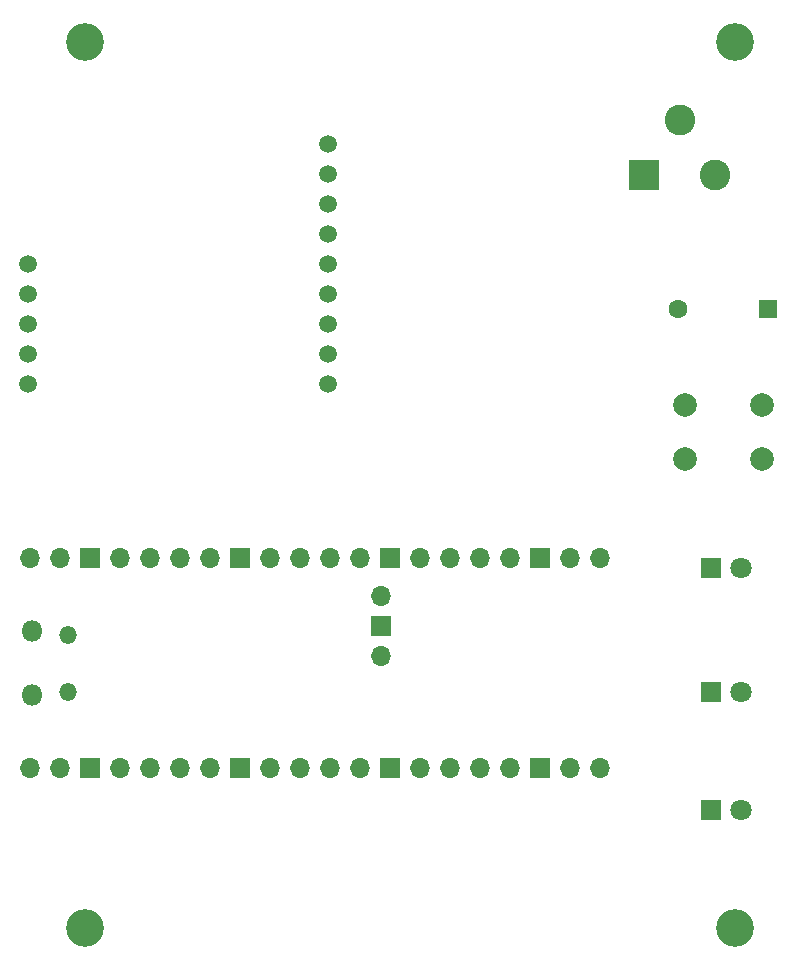
<source format=gbs>
G04 #@! TF.GenerationSoftware,KiCad,Pcbnew,9.0.0*
G04 #@! TF.CreationDate,2025-04-18T21:38:45-04:00*
G04 #@! TF.ProjectId,blood_pressure,626c6f6f-645f-4707-9265-73737572652e,rev?*
G04 #@! TF.SameCoordinates,Original*
G04 #@! TF.FileFunction,Soldermask,Bot*
G04 #@! TF.FilePolarity,Negative*
%FSLAX46Y46*%
G04 Gerber Fmt 4.6, Leading zero omitted, Abs format (unit mm)*
G04 Created by KiCad (PCBNEW 9.0.0) date 2025-04-18 21:38:45*
%MOMM*%
%LPD*%
G01*
G04 APERTURE LIST*
G04 Aperture macros list*
%AMRoundRect*
0 Rectangle with rounded corners*
0 $1 Rounding radius*
0 $2 $3 $4 $5 $6 $7 $8 $9 X,Y pos of 4 corners*
0 Add a 4 corners polygon primitive as box body*
4,1,4,$2,$3,$4,$5,$6,$7,$8,$9,$2,$3,0*
0 Add four circle primitives for the rounded corners*
1,1,$1+$1,$2,$3*
1,1,$1+$1,$4,$5*
1,1,$1+$1,$6,$7*
1,1,$1+$1,$8,$9*
0 Add four rect primitives between the rounded corners*
20,1,$1+$1,$2,$3,$4,$5,0*
20,1,$1+$1,$4,$5,$6,$7,0*
20,1,$1+$1,$6,$7,$8,$9,0*
20,1,$1+$1,$8,$9,$2,$3,0*%
G04 Aperture macros list end*
%ADD10C,3.200000*%
%ADD11C,1.508000*%
%ADD12R,2.600000X2.600000*%
%ADD13C,2.600000*%
%ADD14O,1.800000X1.800000*%
%ADD15O,1.500000X1.500000*%
%ADD16O,1.700000X1.700000*%
%ADD17R,1.700000X1.700000*%
%ADD18R,1.800000X1.800000*%
%ADD19C,1.800000*%
%ADD20C,2.000000*%
%ADD21RoundRect,0.250000X0.550000X0.550000X-0.550000X0.550000X-0.550000X-0.550000X0.550000X-0.550000X0*%
%ADD22C,1.600000*%
G04 APERTURE END LIST*
D10*
X167500000Y-102500000D03*
X112500000Y-102500000D03*
D11*
X107625000Y-56414000D03*
X107625000Y-53874000D03*
X107625000Y-51334000D03*
X107625000Y-48794000D03*
X107625000Y-46254000D03*
X133025000Y-56414000D03*
X133025000Y-53874000D03*
X133025000Y-51334000D03*
X133025000Y-48794000D03*
X133025000Y-46254000D03*
X133025000Y-43714000D03*
X133025000Y-41174000D03*
X133025000Y-38634000D03*
X133025000Y-36094000D03*
D10*
X167500000Y-27500000D03*
X112500000Y-27500000D03*
D12*
X159800000Y-38750000D03*
D13*
X165800000Y-38750000D03*
X162800000Y-34050000D03*
D14*
X107960000Y-82809100D03*
D15*
X110990000Y-82509100D03*
X110990000Y-77659100D03*
D14*
X107960000Y-77359100D03*
D16*
X107830000Y-88974100D03*
X110370000Y-88974100D03*
D17*
X112910000Y-88974100D03*
D16*
X115450000Y-88974100D03*
X117990000Y-88974100D03*
X120530000Y-88974100D03*
X123070000Y-88974100D03*
D17*
X125610000Y-88974100D03*
D16*
X128150000Y-88974100D03*
X130690000Y-88974100D03*
X133230000Y-88974100D03*
X135770000Y-88974100D03*
D17*
X138310000Y-88974100D03*
D16*
X140850000Y-88974100D03*
X143390000Y-88974100D03*
X145930000Y-88974100D03*
X148470000Y-88974100D03*
D17*
X151010000Y-88974100D03*
D16*
X153550000Y-88974100D03*
X156090000Y-88974100D03*
X156090000Y-71194100D03*
X153550000Y-71194100D03*
D17*
X151010000Y-71194100D03*
D16*
X148470000Y-71194100D03*
X145930000Y-71194100D03*
X143390000Y-71194100D03*
X140850000Y-71194100D03*
D17*
X138310000Y-71194100D03*
D16*
X135770000Y-71194100D03*
X133230000Y-71194100D03*
X130690000Y-71194100D03*
X128150000Y-71194100D03*
D17*
X125610000Y-71194100D03*
D16*
X123070000Y-71194100D03*
X120530000Y-71194100D03*
X117990000Y-71194100D03*
X115450000Y-71194100D03*
D17*
X112910000Y-71194100D03*
D16*
X110370000Y-71194100D03*
X107830000Y-71194100D03*
X137560000Y-79500000D03*
D17*
X137560000Y-76960000D03*
D16*
X137560000Y-74420000D03*
D18*
X165475000Y-72000000D03*
D19*
X168015000Y-72000000D03*
D18*
X165460000Y-82500000D03*
D19*
X168000000Y-82500000D03*
D18*
X165460000Y-92500000D03*
D19*
X168000000Y-92500000D03*
D20*
X163250000Y-62750000D03*
X169750000Y-62750000D03*
X163250000Y-58250000D03*
X169750000Y-58250000D03*
D21*
X170305000Y-50052500D03*
D22*
X162685000Y-50052500D03*
M02*

</source>
